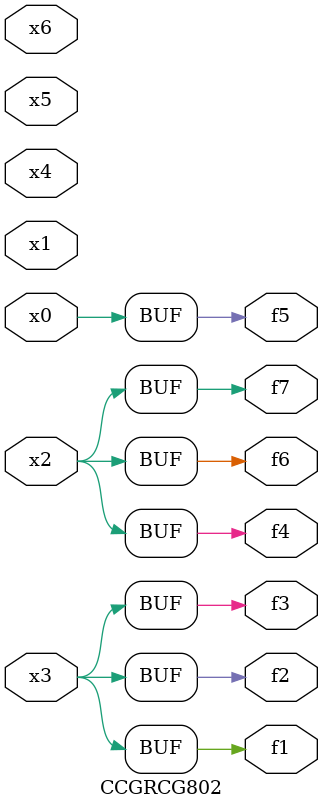
<source format=v>
module CCGRCG802(
	input x0, x1, x2, x3, x4, x5, x6,
	output f1, f2, f3, f4, f5, f6, f7
);
	assign f1 = x3;
	assign f2 = x3;
	assign f3 = x3;
	assign f4 = x2;
	assign f5 = x0;
	assign f6 = x2;
	assign f7 = x2;
endmodule

</source>
